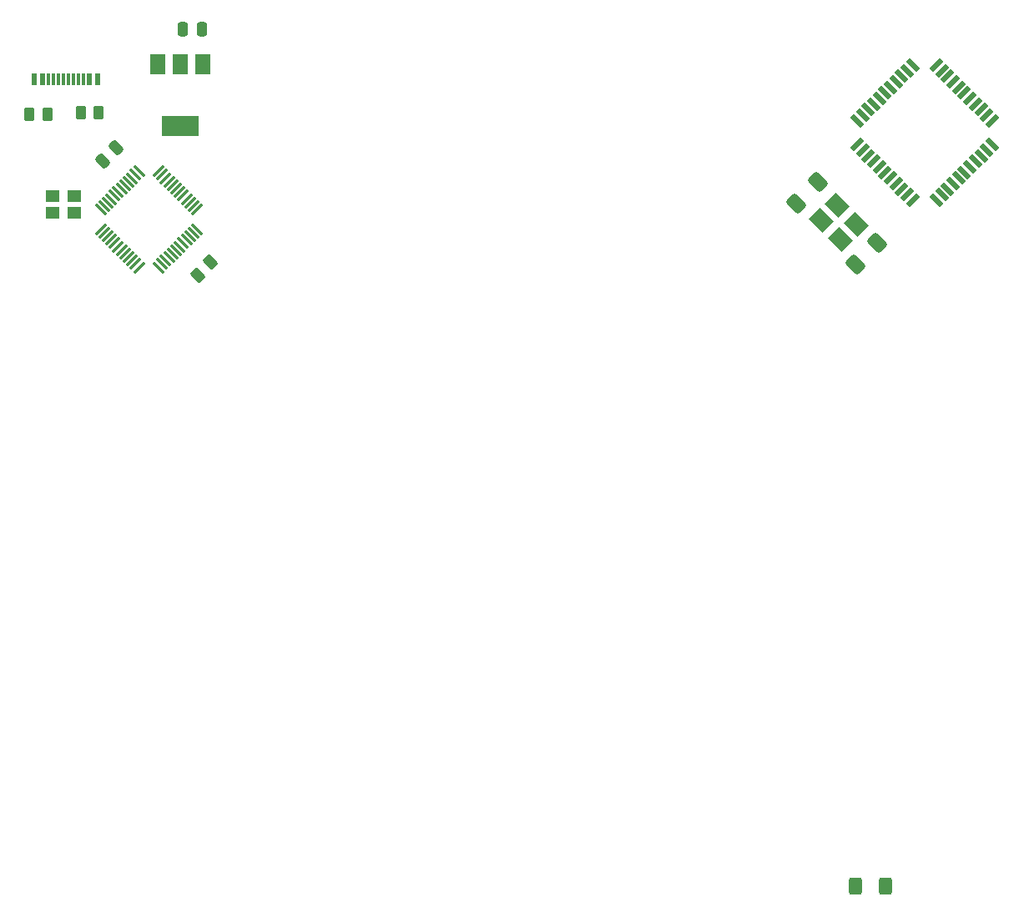
<source format=gtp>
%TF.GenerationSoftware,KiCad,Pcbnew,(6.0.5)*%
%TF.CreationDate,2022-06-01T14:18:31+01:00*%
%TF.ProjectId,Project Fauxbow,50726f6a-6563-4742-9046-617578626f77,rev?*%
%TF.SameCoordinates,Original*%
%TF.FileFunction,Paste,Top*%
%TF.FilePolarity,Positive*%
%FSLAX46Y46*%
G04 Gerber Fmt 4.6, Leading zero omitted, Abs format (unit mm)*
G04 Created by KiCad (PCBNEW (6.0.5)) date 2022-06-01 14:18:31*
%MOMM*%
%LPD*%
G01*
G04 APERTURE LIST*
G04 Aperture macros list*
%AMRoundRect*
0 Rectangle with rounded corners*
0 $1 Rounding radius*
0 $2 $3 $4 $5 $6 $7 $8 $9 X,Y pos of 4 corners*
0 Add a 4 corners polygon primitive as box body*
4,1,4,$2,$3,$4,$5,$6,$7,$8,$9,$2,$3,0*
0 Add four circle primitives for the rounded corners*
1,1,$1+$1,$2,$3*
1,1,$1+$1,$4,$5*
1,1,$1+$1,$6,$7*
1,1,$1+$1,$8,$9*
0 Add four rect primitives between the rounded corners*
20,1,$1+$1,$2,$3,$4,$5,0*
20,1,$1+$1,$4,$5,$6,$7,0*
20,1,$1+$1,$6,$7,$8,$9,0*
20,1,$1+$1,$8,$9,$2,$3,0*%
%AMRotRect*
0 Rectangle, with rotation*
0 The origin of the aperture is its center*
0 $1 length*
0 $2 width*
0 $3 Rotation angle, in degrees counterclockwise*
0 Add horizontal line*
21,1,$1,$2,0,0,$3*%
G04 Aperture macros list end*
%ADD10RoundRect,0.250000X0.132583X-0.503814X0.503814X-0.132583X-0.132583X0.503814X-0.503814X0.132583X0*%
%ADD11RoundRect,0.250000X0.167938X-0.751301X0.751301X-0.167938X-0.167938X0.751301X-0.751301X0.167938X0*%
%ADD12RoundRect,0.075000X-0.521491X0.415425X0.415425X-0.521491X0.521491X-0.415425X-0.415425X0.521491X0*%
%ADD13RoundRect,0.075000X-0.521491X-0.415425X-0.415425X-0.521491X0.521491X0.415425X0.415425X0.521491X0*%
%ADD14RoundRect,0.250000X0.262500X0.450000X-0.262500X0.450000X-0.262500X-0.450000X0.262500X-0.450000X0*%
%ADD15RoundRect,0.250000X-0.250000X-0.475000X0.250000X-0.475000X0.250000X0.475000X-0.250000X0.475000X0*%
%ADD16RotRect,1.950000X1.650000X135.000000*%
%ADD17RoundRect,0.250000X-0.400000X-0.625000X0.400000X-0.625000X0.400000X0.625000X-0.400000X0.625000X0*%
%ADD18R,0.600000X1.160000*%
%ADD19R,0.300000X1.160000*%
%ADD20RotRect,1.500000X0.550000X315.000000*%
%ADD21RotRect,1.500000X0.550000X45.000000*%
%ADD22RoundRect,0.250000X0.159099X-0.512652X0.512652X-0.159099X-0.159099X0.512652X-0.512652X0.159099X0*%
%ADD23R,1.400000X1.200000*%
%ADD24RoundRect,0.250000X-0.262500X-0.450000X0.262500X-0.450000X0.262500X0.450000X-0.262500X0.450000X0*%
%ADD25R,1.500000X2.000000*%
%ADD26R,3.800000X2.000000*%
G04 APERTURE END LIST*
D10*
%TO.C,R5*%
X178054765Y-86245235D03*
X179345235Y-84954765D03*
%TD*%
D11*
%TO.C,C1*%
X238795146Y-79004854D03*
X241004854Y-76795146D03*
%TD*%
D12*
%TO.C,U3*%
X172101212Y-75712124D03*
X171747658Y-76065678D03*
X171394105Y-76419231D03*
X171040551Y-76772785D03*
X170686998Y-77126338D03*
X170333445Y-77479891D03*
X169979891Y-77833445D03*
X169626338Y-78186998D03*
X169272785Y-78540551D03*
X168919231Y-78894105D03*
X168565678Y-79247658D03*
X168212124Y-79601212D03*
D13*
X168212124Y-81598788D03*
X168565678Y-81952342D03*
X168919231Y-82305895D03*
X169272785Y-82659449D03*
X169626338Y-83013002D03*
X169979891Y-83366555D03*
X170333445Y-83720109D03*
X170686998Y-84073662D03*
X171040551Y-84427215D03*
X171394105Y-84780769D03*
X171747658Y-85134322D03*
X172101212Y-85487876D03*
D12*
X174098788Y-85487876D03*
X174452342Y-85134322D03*
X174805895Y-84780769D03*
X175159449Y-84427215D03*
X175513002Y-84073662D03*
X175866555Y-83720109D03*
X176220109Y-83366555D03*
X176573662Y-83013002D03*
X176927215Y-82659449D03*
X177280769Y-82305895D03*
X177634322Y-81952342D03*
X177987876Y-81598788D03*
D13*
X177987876Y-79601212D03*
X177634322Y-79247658D03*
X177280769Y-78894105D03*
X176927215Y-78540551D03*
X176573662Y-78186998D03*
X176220109Y-77833445D03*
X175866555Y-77479891D03*
X175513002Y-77126338D03*
X175159449Y-76772785D03*
X174805895Y-76419231D03*
X174452342Y-76065678D03*
X174098788Y-75712124D03*
%TD*%
D14*
%TO.C,R3*%
X162812500Y-69900000D03*
X160987500Y-69900000D03*
%TD*%
D15*
%TO.C,C3*%
X176550000Y-61300000D03*
X178450000Y-61300000D03*
%TD*%
D16*
%TO.C,Y1*%
X244850089Y-81094454D03*
X242905546Y-79149911D03*
X241349911Y-80705546D03*
X243294454Y-82650089D03*
%TD*%
D17*
%TO.C,R1*%
X244750000Y-148300000D03*
X247850000Y-148300000D03*
%TD*%
D18*
%TO.C,J1*%
X167900000Y-66410000D03*
X167100000Y-66410000D03*
D19*
X165950000Y-66410000D03*
X164950000Y-66410000D03*
X164450000Y-66410000D03*
X163450000Y-66410000D03*
D18*
X162300000Y-66410000D03*
X161500000Y-66410000D03*
X161500000Y-66410000D03*
X162300000Y-66410000D03*
D19*
X162950000Y-66410000D03*
X163950000Y-66410000D03*
X165450000Y-66410000D03*
X166450000Y-66410000D03*
D18*
X167100000Y-66410000D03*
X167900000Y-66410000D03*
%TD*%
D20*
%TO.C,U1*%
X250597918Y-64941064D03*
X250032233Y-65506750D03*
X249466548Y-66072435D03*
X248900862Y-66638120D03*
X248335177Y-67203806D03*
X247769491Y-67769491D03*
X247203806Y-68335177D03*
X246638120Y-68900862D03*
X246072435Y-69466548D03*
X245506750Y-70032233D03*
X244941064Y-70597918D03*
D21*
X244941064Y-73002082D03*
X245506750Y-73567767D03*
X246072435Y-74133452D03*
X246638120Y-74699138D03*
X247203806Y-75264823D03*
X247769491Y-75830509D03*
X248335177Y-76396194D03*
X248900862Y-76961880D03*
X249466548Y-77527565D03*
X250032233Y-78093250D03*
X250597918Y-78658936D03*
D20*
X253002082Y-78658936D03*
X253567767Y-78093250D03*
X254133452Y-77527565D03*
X254699138Y-76961880D03*
X255264823Y-76396194D03*
X255830509Y-75830509D03*
X256396194Y-75264823D03*
X256961880Y-74699138D03*
X257527565Y-74133452D03*
X258093250Y-73567767D03*
X258658936Y-73002082D03*
D21*
X258658936Y-70597918D03*
X258093250Y-70032233D03*
X257527565Y-69466548D03*
X256961880Y-68900862D03*
X256396194Y-68335177D03*
X255830509Y-67769491D03*
X255264823Y-67203806D03*
X254699138Y-66638120D03*
X254133452Y-66072435D03*
X253567767Y-65506750D03*
X253002082Y-64941064D03*
%TD*%
D22*
%TO.C,C4*%
X168428249Y-74671751D03*
X169771751Y-73328249D03*
%TD*%
D23*
%TO.C,Y2*%
X165500000Y-78250000D03*
X163300000Y-78250000D03*
X163300000Y-79950000D03*
X165500000Y-79950000D03*
%TD*%
D24*
%TO.C,R4*%
X166187500Y-69800000D03*
X168012500Y-69800000D03*
%TD*%
D11*
%TO.C,C2*%
X244795146Y-85204854D03*
X247004854Y-82995146D03*
%TD*%
D25*
%TO.C,U2*%
X178600000Y-64850000D03*
D26*
X176300000Y-71150000D03*
D25*
X176300000Y-64850000D03*
X174000000Y-64850000D03*
%TD*%
M02*

</source>
